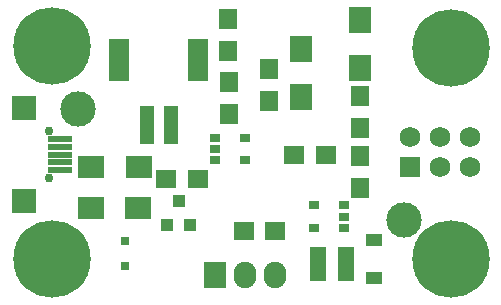
<source format=gts>
G04 #@! TF.FileFunction,Soldermask,Top*
%FSLAX46Y46*%
G04 Gerber Fmt 4.6, Leading zero omitted, Abs format (unit mm)*
G04 Created by KiCad (PCBNEW (after 2015-mar-04 BZR unknown)-product) date 12/26/2015 8:30:32 PM*
%MOMM*%
G01*
G04 APERTURE LIST*
%ADD10C,0.150000*%
%ADD11R,2.003200X0.603200*%
%ADD12C,0.753200*%
%ADD13R,2.103200X2.103200*%
%ADD14C,3.000000*%
%ADD15R,0.965200X0.711200*%
%ADD16R,1.203200X3.203200*%
%ADD17R,1.703200X3.603200*%
%ADD18C,6.553200*%
%ADD19R,1.727200X1.727200*%
%ADD20C,1.727200*%
%ADD21R,0.653200X0.793200*%
%ADD22R,1.003300X1.003300*%
%ADD23R,1.903200X2.203200*%
%ADD24R,1.503200X1.703200*%
%ADD25R,1.703200X1.503200*%
%ADD26R,1.423200X1.113200*%
%ADD27R,1.930400X2.235200*%
%ADD28O,1.930400X2.235200*%
%ADD29R,2.203200X1.903200*%
%ADD30R,1.403200X2.903200*%
G04 APERTURE END LIST*
D10*
D11*
X44315000Y-46450000D03*
X44315000Y-47100000D03*
X44315000Y-47750000D03*
X44315000Y-48400000D03*
X44315000Y-49050000D03*
D12*
X43390000Y-45750000D03*
X43390000Y-49750000D03*
D13*
X41290000Y-43800000D03*
X41290000Y-51700000D03*
D14*
X73400000Y-53300000D03*
X45829000Y-43891000D03*
D15*
X68317000Y-53963500D03*
X68317000Y-52058500D03*
X65777000Y-53963500D03*
X68317000Y-53011000D03*
X65777000Y-52058500D03*
D16*
X51680000Y-45260000D03*
X53680000Y-45260000D03*
D17*
X49330000Y-39760000D03*
X56030000Y-39760000D03*
D18*
X43600000Y-38600000D03*
X43600000Y-56600000D03*
X77400000Y-56600000D03*
X77400000Y-38700000D03*
D15*
X57430000Y-46347500D03*
X57430000Y-48252500D03*
X59970000Y-46347500D03*
X57430000Y-47300000D03*
X59970000Y-48252500D03*
D19*
X73940200Y-48849600D03*
D20*
X73940200Y-46309600D03*
X76480200Y-48849600D03*
X76480200Y-46309600D03*
X79020200Y-48849600D03*
X79020200Y-46309600D03*
D21*
X49800400Y-57190200D03*
X49800400Y-55080200D03*
D22*
X53400000Y-53700760D03*
X55300000Y-53700760D03*
X54350000Y-51701780D03*
D23*
X64684800Y-42844400D03*
X64684800Y-38844400D03*
X69700000Y-40400000D03*
X69700000Y-36400000D03*
D24*
X69714000Y-47851000D03*
X69714000Y-50551000D03*
D25*
X59850000Y-54200000D03*
X62550000Y-54200000D03*
X66850000Y-47800000D03*
X64150000Y-47800000D03*
D24*
X69714000Y-45521800D03*
X69714000Y-42821800D03*
D26*
X70857000Y-54957400D03*
X70857000Y-58227400D03*
D27*
X57410000Y-57950000D03*
D28*
X59950000Y-57950000D03*
X62490000Y-57950000D03*
D29*
X50936800Y-52299800D03*
X46936800Y-52299800D03*
D24*
X58538000Y-36294000D03*
X58538000Y-38994000D03*
D29*
X46962200Y-48794600D03*
X50962200Y-48794600D03*
D30*
X66151800Y-57049600D03*
X68551800Y-57049600D03*
D24*
X58600000Y-44350000D03*
X58600000Y-41650000D03*
X61967000Y-43185000D03*
X61967000Y-40485000D03*
D25*
X53250000Y-49800000D03*
X55950000Y-49800000D03*
M02*

</source>
